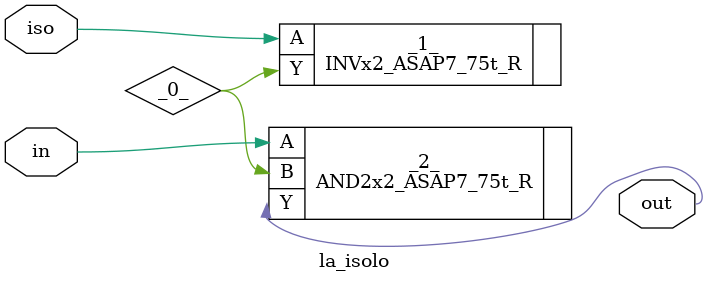
<source format=v>

/* Generated by Yosys 0.37 (git sha1 a5c7f69ed, clang 14.0.0-1ubuntu1.1 -fPIC -Os) */

module la_isolo(iso, in, out);
  wire _0_;
  input in;
  wire in;
  input iso;
  wire iso;
  output out;
  wire out;
  INVx2_ASAP7_75t_R _1_ (
    .A(iso),
    .Y(_0_)
  );
  AND2x2_ASAP7_75t_R _2_ (
    .A(in),
    .B(_0_),
    .Y(out)
  );
endmodule

</source>
